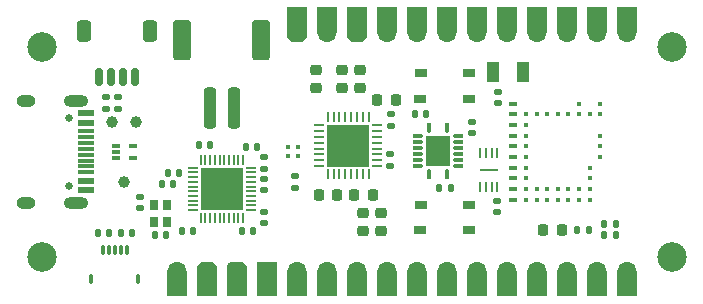
<source format=gbr>
%TF.GenerationSoftware,KiCad,Pcbnew,9.0.7*%
%TF.CreationDate,2026-01-28T15:54:31+01:00*%
%TF.ProjectId,RoyalBlue54L-Feather,526f7961-6c42-46c7-9565-35344c2d4665,rev?*%
%TF.SameCoordinates,Original*%
%TF.FileFunction,Soldermask,Top*%
%TF.FilePolarity,Negative*%
%FSLAX46Y46*%
G04 Gerber Fmt 4.6, Leading zero omitted, Abs format (unit mm)*
G04 Created by KiCad (PCBNEW 9.0.7) date 2026-01-28 15:54:31*
%MOMM*%
%LPD*%
G01*
G04 APERTURE LIST*
G04 Aperture macros list*
%AMRoundRect*
0 Rectangle with rounded corners*
0 $1 Rounding radius*
0 $2 $3 $4 $5 $6 $7 $8 $9 X,Y pos of 4 corners*
0 Add a 4 corners polygon primitive as box body*
4,1,4,$2,$3,$4,$5,$6,$7,$8,$9,$2,$3,0*
0 Add four circle primitives for the rounded corners*
1,1,$1+$1,$2,$3*
1,1,$1+$1,$4,$5*
1,1,$1+$1,$6,$7*
1,1,$1+$1,$8,$9*
0 Add four rect primitives between the rounded corners*
20,1,$1+$1,$2,$3,$4,$5,0*
20,1,$1+$1,$4,$5,$6,$7,0*
20,1,$1+$1,$6,$7,$8,$9,0*
20,1,$1+$1,$8,$9,$2,$3,0*%
%AMOutline5P*
0 Free polygon, 5 corners , with rotation*
0 The origin of the aperture is its center*
0 number of corners: always 5*
0 $1 to $10 corner X, Y*
0 $11 Rotation angle, in degrees counterclockwise*
0 create outline with 5 corners*
4,1,5,$1,$2,$3,$4,$5,$6,$7,$8,$9,$10,$1,$2,$11*%
%AMOutline6P*
0 Free polygon, 6 corners , with rotation*
0 The origin of the aperture is its center*
0 number of corners: always 6*
0 $1 to $12 corner X, Y*
0 $13 Rotation angle, in degrees counterclockwise*
0 create outline with 6 corners*
4,1,6,$1,$2,$3,$4,$5,$6,$7,$8,$9,$10,$11,$12,$1,$2,$13*%
%AMOutline7P*
0 Free polygon, 7 corners , with rotation*
0 The origin of the aperture is its center*
0 number of corners: always 7*
0 $1 to $14 corner X, Y*
0 $15 Rotation angle, in degrees counterclockwise*
0 create outline with 7 corners*
4,1,7,$1,$2,$3,$4,$5,$6,$7,$8,$9,$10,$11,$12,$13,$14,$1,$2,$15*%
%AMOutline8P*
0 Free polygon, 8 corners , with rotation*
0 The origin of the aperture is its center*
0 number of corners: always 8*
0 $1 to $16 corner X, Y*
0 $17 Rotation angle, in degrees counterclockwise*
0 create outline with 8 corners*
4,1,8,$1,$2,$3,$4,$5,$6,$7,$8,$9,$10,$11,$12,$13,$14,$15,$16,$1,$2,$17*%
%AMFreePoly0*
4,1,15,0.140000,-0.355000,0.137310,-0.355000,0.137310,-0.382313,0.116406,-0.432780,0.077780,-0.471406,0.027313,-0.492310,-0.027313,-0.492310,-0.077780,-0.471406,-0.116406,-0.432780,-0.137310,-0.382313,-0.137310,-0.355000,-0.140000,-0.355000,-0.140000,0.355000,0.140000,0.355000,0.140000,-0.355000,0.140000,-0.355000,$1*%
%AMFreePoly1*
4,1,15,0.355000,0.137310,0.382313,0.137310,0.432780,0.116406,0.471406,0.077780,0.492310,0.027313,0.492310,-0.027313,0.471406,-0.077780,0.432780,-0.116406,0.382313,-0.137310,0.355000,-0.137310,0.355000,-0.140000,-0.355000,-0.140000,-0.355000,0.140000,0.355000,0.140000,0.355000,0.137310,0.355000,0.137310,$1*%
%AMFreePoly2*
4,1,15,0.077780,0.471406,0.116406,0.432780,0.137310,0.382313,0.137310,0.355000,0.140000,0.355000,0.140000,-0.355000,-0.140000,-0.355000,-0.140000,0.355000,-0.137310,0.355000,-0.137310,0.382313,-0.116406,0.432780,-0.077780,0.471406,-0.027313,0.492310,0.027313,0.492310,0.077780,0.471406,0.077780,0.471406,$1*%
%AMFreePoly3*
4,1,15,0.355000,-0.140000,-0.355000,-0.140000,-0.355000,-0.137310,-0.382313,-0.137310,-0.432780,-0.116406,-0.471406,-0.077780,-0.492310,-0.027313,-0.492310,0.027313,-0.471406,0.077780,-0.432780,0.116406,-0.382313,0.137310,-0.355000,0.137310,-0.355000,0.140000,0.355000,0.140000,0.355000,-0.140000,0.355000,-0.140000,$1*%
%AMFreePoly4*
4,1,13,-0.850000,0.425000,-0.425000,0.850000,0.425000,0.850000,0.850000,0.425000,0.850000,-0.425000,0.425000,-0.850000,-0.425000,-0.850000,-0.556332,-0.829199,-0.674809,-0.768832,-0.768832,-0.674809,-0.829199,-0.556332,-0.850000,-0.425000,-0.850000,0.425000,-0.850000,0.425000,$1*%
G04 Aperture macros list end*
%ADD10C,2.500000*%
%ADD11RoundRect,0.140000X-0.140000X-0.170000X0.140000X-0.170000X0.140000X0.170000X-0.140000X0.170000X0*%
%ADD12RoundRect,0.135000X0.135000X0.185000X-0.135000X0.185000X-0.135000X-0.185000X0.135000X-0.185000X0*%
%ADD13RoundRect,0.250000X0.250000X1.500000X-0.250000X1.500000X-0.250000X-1.500000X0.250000X-1.500000X0*%
%ADD14RoundRect,0.250001X0.499999X1.449999X-0.499999X1.449999X-0.499999X-1.449999X0.499999X-1.449999X0*%
%ADD15C,0.400000*%
%ADD16R,0.500000X0.400000*%
%ADD17RoundRect,0.135000X-0.135000X-0.185000X0.135000X-0.185000X0.135000X0.185000X-0.135000X0.185000X0*%
%ADD18RoundRect,0.140000X-0.170000X0.140000X-0.170000X-0.140000X0.170000X-0.140000X0.170000X0.140000X0*%
%ADD19RoundRect,0.100000X-0.100000X-0.100000X0.100000X-0.100000X0.100000X0.100000X-0.100000X0.100000X0*%
%ADD20RoundRect,0.062500X0.062500X-0.337500X0.062500X0.337500X-0.062500X0.337500X-0.062500X-0.337500X0*%
%ADD21RoundRect,0.062500X0.337500X-0.062500X0.337500X0.062500X-0.337500X0.062500X-0.337500X-0.062500X0*%
%ADD22R,3.600000X3.600000*%
%ADD23RoundRect,0.135000X0.185000X-0.135000X0.185000X0.135000X-0.185000X0.135000X-0.185000X-0.135000X0*%
%ADD24RoundRect,0.140000X0.170000X-0.140000X0.170000X0.140000X-0.170000X0.140000X-0.170000X-0.140000X0*%
%ADD25C,0.650000*%
%ADD26R,1.450000X0.600000*%
%ADD27R,1.450000X0.300000*%
%ADD28O,2.100000X1.000000*%
%ADD29O,1.600000X1.000000*%
%ADD30RoundRect,0.062500X-0.062500X0.387500X-0.062500X-0.387500X0.062500X-0.387500X0.062500X0.387500X0*%
%ADD31R,1.600000X0.200000*%
%ADD32RoundRect,0.225000X0.250000X-0.225000X0.250000X0.225000X-0.250000X0.225000X-0.250000X-0.225000X0*%
%ADD33R,0.800000X0.900000*%
%ADD34RoundRect,0.140000X0.140000X0.170000X-0.140000X0.170000X-0.140000X-0.170000X0.140000X-0.170000X0*%
%ADD35RoundRect,0.135000X-0.185000X0.135000X-0.185000X-0.135000X0.185000X-0.135000X0.185000X0.135000X0*%
%ADD36RoundRect,0.218750X0.218750X0.256250X-0.218750X0.256250X-0.218750X-0.256250X0.218750X-0.256250X0*%
%ADD37R,1.050000X0.650000*%
%ADD38FreePoly0,0.000000*%
%ADD39FreePoly1,0.000000*%
%ADD40FreePoly2,0.000000*%
%ADD41FreePoly3,0.000000*%
%ADD42R,2.050000X2.550000*%
%ADD43RoundRect,0.225000X-0.225000X-0.250000X0.225000X-0.250000X0.225000X0.250000X-0.225000X0.250000X0*%
%ADD44R,1.000000X1.800000*%
%ADD45Outline8P,-0.850000X0.425000X-0.425000X0.850000X0.425000X0.850000X0.850000X0.425000X0.850000X-0.425000X0.425000X-0.850000X-0.425000X-0.850000X-0.850000X-0.425000X90.000000*%
%ADD46R,1.700000X1.700000*%
%ADD47O,1.700000X1.700000*%
%ADD48R,1.700000X2.120000*%
%ADD49RoundRect,0.075000X-0.075000X-0.325000X0.075000X-0.325000X0.075000X0.325000X-0.075000X0.325000X0*%
%ADD50RoundRect,0.100000X-0.100000X-0.300000X0.100000X-0.300000X0.100000X0.300000X-0.100000X0.300000X0*%
%ADD51RoundRect,0.087500X-0.250000X-0.087500X0.250000X-0.087500X0.250000X0.087500X-0.250000X0.087500X0*%
%ADD52RoundRect,0.218750X0.256250X-0.218750X0.256250X0.218750X-0.256250X0.218750X-0.256250X-0.218750X0*%
%ADD53RoundRect,0.150000X0.150000X0.625000X-0.150000X0.625000X-0.150000X-0.625000X0.150000X-0.625000X0*%
%ADD54RoundRect,0.250000X0.350000X0.650000X-0.350000X0.650000X-0.350000X-0.650000X0.350000X-0.650000X0*%
%ADD55RoundRect,0.225000X0.225000X0.250000X-0.225000X0.250000X-0.225000X-0.250000X0.225000X-0.250000X0*%
%ADD56RoundRect,0.062500X0.350000X0.062500X-0.350000X0.062500X-0.350000X-0.062500X0.350000X-0.062500X0*%
%ADD57RoundRect,0.062500X0.062500X0.350000X-0.062500X0.350000X-0.062500X-0.350000X0.062500X-0.350000X0*%
%ADD58Outline8P,-0.850000X0.425000X-0.425000X0.850000X0.425000X0.850000X0.850000X0.425000X0.850000X-0.425000X0.425000X-0.850000X-0.425000X-0.850000X-0.850000X-0.425000X270.000000*%
%ADD59FreePoly4,270.000000*%
%ADD60C,0.990600*%
G04 APERTURE END LIST*
D10*
%TO.C,H4*%
X174980000Y-113870000D03*
%TD*%
D11*
%TO.C,C25*%
X153230000Y-101810000D03*
X154190000Y-101810000D03*
%TD*%
D12*
%TO.C,R5*%
X170210000Y-112070000D03*
X169190000Y-112070000D03*
%TD*%
D13*
%TO.C,J4*%
X137880000Y-101308000D03*
X135880000Y-101308000D03*
D14*
X140230000Y-95558000D03*
X133530000Y-95558000D03*
%TD*%
D15*
%TO.C,U1*%
X168920000Y-100930000D03*
X167120000Y-100930000D03*
X161720000Y-100930000D03*
D16*
X161470000Y-100930000D03*
D15*
X168920000Y-101830000D03*
X168020000Y-101830000D03*
X167120000Y-101830000D03*
X166220000Y-101830000D03*
X165320000Y-101830000D03*
X164420000Y-101830000D03*
X163520000Y-101830000D03*
X162620000Y-101830000D03*
X161720000Y-101830000D03*
D16*
X161470000Y-101830000D03*
D15*
X162620000Y-102730000D03*
X161720000Y-102730000D03*
D16*
X161470000Y-102730000D03*
D15*
X168920000Y-103630000D03*
X162620000Y-103630000D03*
X161720000Y-103630000D03*
D16*
X161470000Y-103630000D03*
D15*
X168920000Y-104530000D03*
X162620000Y-104530000D03*
X161720000Y-104530000D03*
D16*
X161470000Y-104530000D03*
D15*
X168920000Y-105430000D03*
X162620000Y-105430000D03*
X161720000Y-105430000D03*
D16*
X161470000Y-105430000D03*
D15*
X168020000Y-106330000D03*
X162620000Y-106330000D03*
X161720000Y-106330000D03*
D16*
X161470000Y-106330000D03*
D15*
X168020000Y-107230000D03*
X162620000Y-107230000D03*
X161720000Y-107230000D03*
D16*
X161470000Y-107230000D03*
D15*
X168020000Y-108130000D03*
X167120000Y-108130000D03*
X166220000Y-108130000D03*
X165320000Y-108130000D03*
X164420000Y-108130000D03*
X163520000Y-108130000D03*
X162620000Y-108130000D03*
X161720000Y-108130000D03*
D16*
X161470000Y-108130000D03*
D15*
X168020000Y-109030000D03*
X167120000Y-109030000D03*
X166220000Y-109030000D03*
X165320000Y-109030000D03*
X164420000Y-109030000D03*
X163520000Y-109030000D03*
X162620000Y-109030000D03*
X161720000Y-109030000D03*
D16*
X161470000Y-109030000D03*
%TD*%
D17*
%TO.C,R6*%
X166940000Y-111650000D03*
X167960000Y-111650000D03*
%TD*%
D18*
%TO.C,C10*%
X140440000Y-107280000D03*
X140440000Y-108240000D03*
%TD*%
D12*
%TO.C,R7*%
X170210000Y-111130000D03*
X169190000Y-111130000D03*
%TD*%
D19*
%TO.C,D3*%
X142480000Y-104580000D03*
X143280000Y-104580000D03*
X143280000Y-105380000D03*
X142480000Y-105380000D03*
%TD*%
D20*
%TO.C,U2*%
X145830000Y-106910000D03*
X146330000Y-106910000D03*
X146830000Y-106910000D03*
X147330000Y-106910000D03*
X147830000Y-106910000D03*
X148330000Y-106910000D03*
X148830000Y-106910000D03*
X149330000Y-106910000D03*
D21*
X150030000Y-106210000D03*
X150030000Y-105710000D03*
X150030000Y-105210000D03*
X150030000Y-104710000D03*
X150030000Y-104210000D03*
X150030000Y-103710000D03*
X150030000Y-103210000D03*
X150030000Y-102710000D03*
D20*
X149330000Y-102010000D03*
X148830000Y-102010000D03*
X148330000Y-102010000D03*
X147830000Y-102010000D03*
X147330000Y-102010000D03*
X146830000Y-102010000D03*
X146330000Y-102010000D03*
X145830000Y-102010000D03*
D21*
X145130000Y-102710000D03*
X145130000Y-103210000D03*
X145130000Y-103710000D03*
X145130000Y-104210000D03*
X145130000Y-104710000D03*
X145130000Y-105210000D03*
X145130000Y-105710000D03*
X145130000Y-106210000D03*
D22*
X147580000Y-104460000D03*
%TD*%
D11*
%TO.C,C23*%
X138920000Y-104570000D03*
X139880000Y-104570000D03*
%TD*%
D23*
%TO.C,R2*%
X127103416Y-101355058D03*
X127103416Y-100335058D03*
%TD*%
D24*
%TO.C,C24*%
X158060000Y-103420000D03*
X158060000Y-102460000D03*
%TD*%
D10*
%TO.C,H2*%
X174980000Y-96090000D03*
%TD*%
D18*
%TO.C,C19*%
X140440000Y-110050000D03*
X140440000Y-111010000D03*
%TD*%
%TO.C,C1*%
X151140000Y-105210000D03*
X151140000Y-106170000D03*
%TD*%
D25*
%TO.C,J3*%
X123960000Y-102090000D03*
X123960000Y-107870000D03*
D26*
X125405000Y-101730000D03*
X125405000Y-102530000D03*
D27*
X125405000Y-103730000D03*
X125405000Y-104730000D03*
X125405000Y-105230000D03*
X125405000Y-106230000D03*
D26*
X125405000Y-107430000D03*
X125405000Y-108230000D03*
X125405000Y-108230000D03*
X125405000Y-107430000D03*
D27*
X125405000Y-106730000D03*
X125405000Y-105730000D03*
X125405000Y-104230000D03*
X125405000Y-103230000D03*
D26*
X125405000Y-102530000D03*
X125405000Y-101730000D03*
D28*
X124490000Y-100660000D03*
D29*
X120310000Y-100660000D03*
D28*
X124490000Y-109300000D03*
D29*
X120310000Y-109300000D03*
%TD*%
D18*
%TO.C,C18*%
X129930000Y-108820000D03*
X129930000Y-109780000D03*
%TD*%
D30*
%TO.C,U4*%
X160210000Y-105105000D03*
X159710000Y-105105000D03*
X159210000Y-105105000D03*
X158710000Y-105105000D03*
X158710000Y-107955000D03*
X159210000Y-107955000D03*
X159710000Y-107955000D03*
X160210000Y-107955000D03*
D31*
X159460000Y-106530000D03*
%TD*%
D32*
%TO.C,C4*%
X148580000Y-99595000D03*
X148580000Y-98045000D03*
%TD*%
D33*
%TO.C,Y2*%
X131140000Y-109500000D03*
X131140000Y-110900000D03*
X132240000Y-110900000D03*
X132240000Y-109500000D03*
%TD*%
D34*
%TO.C,C16*%
X134440000Y-111710000D03*
X133480000Y-111710000D03*
%TD*%
%TO.C,C22*%
X133260000Y-106780000D03*
X132300000Y-106780000D03*
%TD*%
D24*
%TO.C,C9*%
X160260000Y-100870000D03*
X160260000Y-99910000D03*
%TD*%
D32*
%TO.C,C6*%
X144880000Y-99595000D03*
X144880000Y-98045000D03*
%TD*%
D10*
%TO.C,H3*%
X121640000Y-113870000D03*
%TD*%
D35*
%TO.C,R8*%
X143110000Y-107010000D03*
X143110000Y-108030000D03*
%TD*%
D36*
%TO.C,D1*%
X165637500Y-111650000D03*
X164062500Y-111650000D03*
%TD*%
D11*
%TO.C,C13*%
X128310000Y-111855000D03*
X129270000Y-111855000D03*
%TD*%
D37*
%TO.C,SW1*%
X157835000Y-111605000D03*
X153685000Y-111605000D03*
X157835000Y-109455000D03*
X153710000Y-109455000D03*
%TD*%
D38*
%TO.C,U6*%
X154450000Y-102875000D03*
D39*
X153405000Y-103670000D03*
X153405000Y-104170000D03*
X153405000Y-104670000D03*
X153405000Y-105170000D03*
X153405000Y-105670000D03*
X153405000Y-106170000D03*
D40*
X154450000Y-106965000D03*
X155950000Y-106965000D03*
D41*
X156995000Y-106170000D03*
X156995000Y-105670000D03*
X156995000Y-105170000D03*
X156995000Y-104670000D03*
X156995000Y-104170000D03*
X156995000Y-103670000D03*
D38*
X155950000Y-102875000D03*
D42*
X155200000Y-104920000D03*
%TD*%
D23*
%TO.C,R4*%
X151200000Y-102800000D03*
X151200000Y-101780000D03*
%TD*%
D43*
%TO.C,C11*%
X150045000Y-100590000D03*
X151595000Y-100590000D03*
%TD*%
D44*
%TO.C,Y1*%
X159840000Y-98230000D03*
X162340000Y-98230000D03*
%TD*%
D10*
%TO.C,H1*%
X121640000Y-96090000D03*
%TD*%
D37*
%TO.C,SW2*%
X157835000Y-100505000D03*
X153685000Y-100505000D03*
X157835000Y-98355000D03*
X153710000Y-98355000D03*
%TD*%
D45*
%TO.C,J2*%
X143230000Y-94820000D03*
X143230000Y-94820000D03*
D46*
X143230000Y-93550000D03*
D47*
X145770000Y-94820000D03*
D48*
X145770000Y-93760000D03*
D45*
X148310000Y-94820000D03*
D48*
X148310000Y-93760000D03*
D47*
X150850000Y-94820000D03*
D48*
X150850000Y-93760000D03*
D47*
X153390000Y-94820000D03*
D48*
X153390000Y-93760000D03*
D47*
X155930000Y-94820000D03*
D48*
X155930000Y-93760000D03*
D47*
X158470000Y-94820000D03*
D48*
X158470000Y-93760000D03*
D47*
X161010000Y-94820000D03*
D48*
X161010000Y-93760000D03*
D47*
X163550000Y-94820000D03*
D48*
X163550000Y-93760000D03*
D47*
X166090000Y-94820000D03*
D48*
X166090000Y-93760000D03*
D47*
X168630000Y-94820000D03*
D48*
X168630000Y-93760000D03*
D47*
X171170000Y-94820000D03*
D48*
X171170000Y-93760000D03*
%TD*%
D49*
%TO.C,J6*%
X126810000Y-113280000D03*
X127310000Y-113280000D03*
X127810000Y-113280000D03*
X128310000Y-113280000D03*
X128810000Y-113280000D03*
D50*
X125810000Y-115780000D03*
X129810000Y-115780000D03*
%TD*%
D32*
%TO.C,C8*%
X150370000Y-111705000D03*
X150370000Y-110155000D03*
%TD*%
D43*
%TO.C,C2*%
X148085000Y-108670000D03*
X149635000Y-108670000D03*
%TD*%
D23*
%TO.C,R3*%
X128043416Y-101355058D03*
X128043416Y-100335058D03*
%TD*%
D11*
%TO.C,C15*%
X138590000Y-111690000D03*
X139550000Y-111690000D03*
%TD*%
D51*
%TO.C,U3*%
X127897500Y-104472500D03*
X127897500Y-104972500D03*
X127897500Y-105472500D03*
X129322500Y-105472500D03*
X129322500Y-104472500D03*
%TD*%
D52*
%TO.C,L1*%
X148860000Y-111717500D03*
X148860000Y-110142500D03*
%TD*%
D34*
%TO.C,C14*%
X127310000Y-111855000D03*
X126350000Y-111855000D03*
%TD*%
D32*
%TO.C,C5*%
X147010000Y-99595000D03*
X147010000Y-98045000D03*
%TD*%
D24*
%TO.C,C7*%
X140440000Y-106420000D03*
X140440000Y-105460000D03*
%TD*%
D17*
%TO.C,R1*%
X155250000Y-108040000D03*
X156270000Y-108040000D03*
%TD*%
D34*
%TO.C,C21*%
X132780000Y-107740000D03*
X131820000Y-107740000D03*
%TD*%
D53*
%TO.C,J5*%
X129490000Y-98633000D03*
X128490000Y-98633000D03*
X127490000Y-98633000D03*
X126490000Y-98633000D03*
D54*
X130790000Y-94758000D03*
X125190000Y-94758000D03*
%TD*%
D55*
%TO.C,C3*%
X146615000Y-108670000D03*
X145065000Y-108670000D03*
%TD*%
D34*
%TO.C,C17*%
X135870000Y-104400000D03*
X134910000Y-104400000D03*
%TD*%
D56*
%TO.C,U5*%
X139317500Y-109930000D03*
X139317500Y-109530000D03*
X139317500Y-109130000D03*
X139317500Y-108730000D03*
X139317500Y-108330000D03*
X139317500Y-107930000D03*
X139317500Y-107530000D03*
X139317500Y-107130000D03*
X139317500Y-106730000D03*
X139317500Y-106330000D03*
D57*
X138680000Y-105692500D03*
X138280000Y-105692500D03*
X137880000Y-105692500D03*
X137480000Y-105692500D03*
X137080000Y-105692500D03*
X136680000Y-105692500D03*
X136280000Y-105692500D03*
X135880000Y-105692500D03*
X135480000Y-105692500D03*
X135080000Y-105692500D03*
D56*
X134442500Y-106330000D03*
X134442500Y-106730000D03*
X134442500Y-107130000D03*
X134442500Y-107530000D03*
X134442500Y-107930000D03*
X134442500Y-108330000D03*
X134442500Y-108730000D03*
X134442500Y-109130000D03*
X134442500Y-109530000D03*
X134442500Y-109930000D03*
D57*
X135080000Y-110567500D03*
X135480000Y-110567500D03*
X135880000Y-110567500D03*
X136280000Y-110567500D03*
X136680000Y-110567500D03*
X137080000Y-110567500D03*
X137480000Y-110567500D03*
X137880000Y-110567500D03*
X138280000Y-110567500D03*
X138680000Y-110567500D03*
D22*
X136880000Y-108130000D03*
%TD*%
D18*
%TO.C,C12*%
X160210000Y-109140000D03*
X160210000Y-110100000D03*
%TD*%
D11*
%TO.C,C20*%
X131210000Y-112060000D03*
X132170000Y-112060000D03*
%TD*%
D47*
%TO.C,J1*%
X133070000Y-115140000D03*
D48*
X133070000Y-116200000D03*
D58*
X135610000Y-115140000D03*
D48*
X135610000Y-116200000D03*
D59*
X138150000Y-115140000D03*
D48*
X138150000Y-116200000D03*
D46*
X140690000Y-115140000D03*
D48*
X140690000Y-116200000D03*
D47*
X143230000Y-115140000D03*
D48*
X143230000Y-116200000D03*
D47*
X145770000Y-115140000D03*
D48*
X145770000Y-116200000D03*
D47*
X148310000Y-115140000D03*
D48*
X148310000Y-116200000D03*
D47*
X150850000Y-115140000D03*
D48*
X150850000Y-116200000D03*
D47*
X153390000Y-115140000D03*
D48*
X153390000Y-116200000D03*
D47*
X155930000Y-115140000D03*
D48*
X155930000Y-116200000D03*
D47*
X158470000Y-115140000D03*
D48*
X158470000Y-116200000D03*
D47*
X161010000Y-115140000D03*
D48*
X161010000Y-116200000D03*
D47*
X163550000Y-115140000D03*
D48*
X163550000Y-116200000D03*
D47*
X166090000Y-115140000D03*
D48*
X166090000Y-116200000D03*
D47*
X168630000Y-115140000D03*
D48*
X168630000Y-116200000D03*
D47*
X171170000Y-115140000D03*
D48*
X171170000Y-116200000D03*
%TD*%
D60*
%TO.C,J8*%
X128610000Y-107512500D03*
X127594000Y-102432500D03*
X129626000Y-102432500D03*
%TD*%
M02*

</source>
